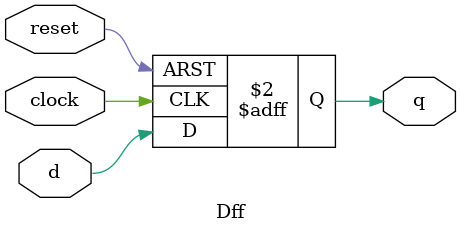
<source format=v>
`timescale 1ns / 1ps


module rpcounter(CLK, ST, Q);
input CLK, ST;
output [3:0] Q;
Tff tff0(CLK, ST,Q[0]);
Tff tff1(Q[0], ST, Q[1]);
Tff tff2(Q[1], ST, Q[2]);
Tff tff3(Q[2], ST, Q[3]);
endmodule


module Tff (clk, st, qq);
input clk,st;
output qq;
Dff df (clk, st, ~qq, qq);
endmodule


module Dff(clock, reset, d, q);
input clock, reset, d;
output reg q;
always @ (negedge clock or posedge reset)
    if (reset)
        q=1'b0;
    else
        q<=d;
endmodule
</source>
